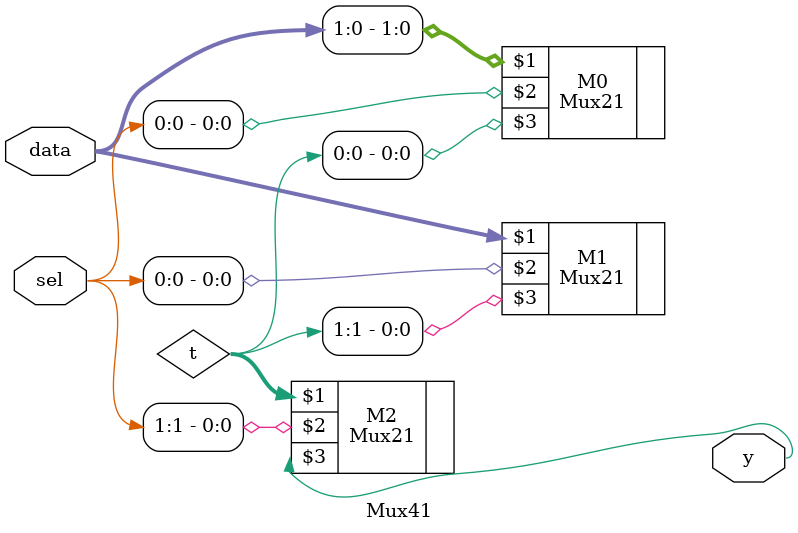
<source format=v>
`timescale 1ns / 1ps

module Mux41(data, sel, y);
input [3:0]data; 
input [1:0]sel;
output y;
wire [1:0]t;

Mux21 M0(data[1:0], sel[0], t[0]);
Mux21 M1(data[3:0], sel[0], t[1]);
Mux21 M2(t[1:0], sel[1], y);

endmodule

</source>
